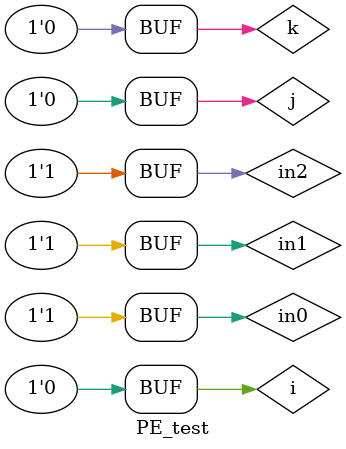
<source format=v>
`timescale 1ns / 1ps


module PE_test;

	// Inputs
	reg in2;
	reg in1;
	reg in0;

	// Outputs
	wire out2;
	wire out1;
	wire out0;

	// Instantiate the Unit Under Test (UUT)
	DataFlow_PE uut (
		.in2(in2), 
		.in1(in1), 
		.in0(in0), 
		.out2(out2), 
		.out1(out1), 
		.out0(out0)
	);
	
	reg i, j, k;
	
	initial begin
		// Initialize Inputs
		in2 = 0;
		in1 = 0;
		in0 = 0;
		i = 0;
		j = 0;
		k = 0;
		// Wait 100 ns for global reset to finish
		#100;
        
		// Add stimulus here
		
	end
	
	always begin
		in2 = 0; in1 = 0; in0 = 0;
		#20;
		
		in2 = 0; in1 = 0; in0 = 1;
		#20;
		
		in2 = 0; in1 = 1; in0 = 0;
		#20;
		
		in2 = 0; in1 = 1; in0 = 1;
		#20;
		
		in2 = 1; in1 = 0; in0 = 0;
		#20;
		
		in2 = 1; in1 = 0; in0 = 1;
		#20;
		
		in2 = 1; in1 = 1; in0 = 0;
		#20;
		
		in2 = 1; in1 = 1; in0 = 1;
		#20;
		
		#40;
	end
	
	
      
endmodule


</source>
